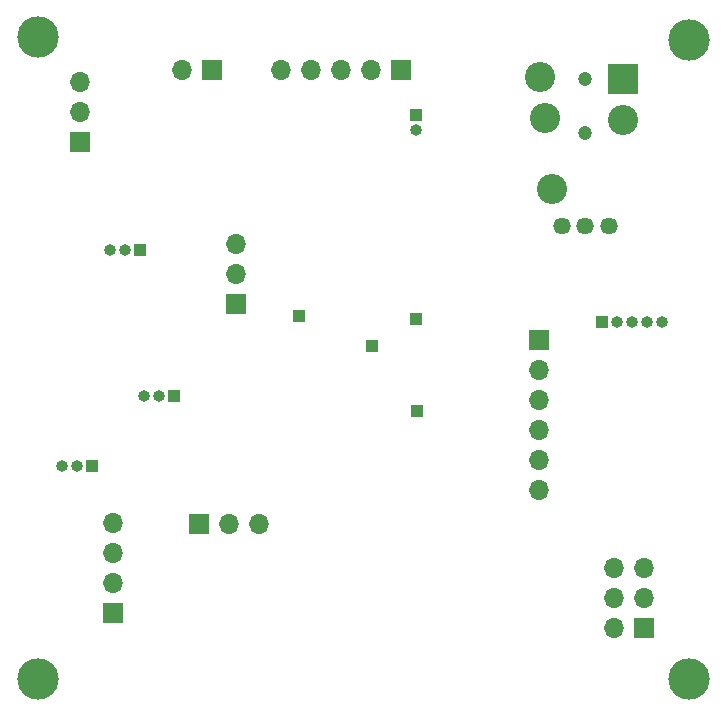
<source format=gbr>
%TF.GenerationSoftware,KiCad,Pcbnew,7.0.10-1-dev-1fdf7d0cf4*%
%TF.CreationDate,2023-12-26T02:00:40-08:00*%
%TF.ProjectId,i2s_to_toslink_pcb,6932735f-746f-45f7-946f-736c696e6b5f,rev?*%
%TF.SameCoordinates,Original*%
%TF.FileFunction,Soldermask,Bot*%
%TF.FilePolarity,Negative*%
%FSLAX46Y46*%
G04 Gerber Fmt 4.6, Leading zero omitted, Abs format (unit mm)*
G04 Created by KiCad (PCBNEW 7.0.10-1-dev-1fdf7d0cf4) date 2023-12-26 02:00:40*
%MOMM*%
%LPD*%
G01*
G04 APERTURE LIST*
%ADD10C,2.600000*%
%ADD11C,3.500000*%
%ADD12R,1.700000X1.700000*%
%ADD13O,1.700000X1.700000*%
%ADD14R,1.000000X1.000000*%
%ADD15O,1.000000X1.000000*%
%ADD16C,1.200000*%
%ADD17R,2.550000X2.550000*%
%ADD18C,2.550000*%
%ADD19C,1.462000*%
G04 APERTURE END LIST*
D10*
%TO.C,H1*%
X24130000Y-23622000D03*
D11*
X24130000Y-23622000D03*
%TD*%
D12*
%TO.C,J3*%
X27686000Y-32512000D03*
D13*
X27686000Y-29972000D03*
X27686000Y-27432000D03*
%TD*%
D14*
%TO.C,J17*%
X56134000Y-47498000D03*
%TD*%
D12*
%TO.C,J2*%
X54864000Y-26416000D03*
D13*
X52324000Y-26416000D03*
X49784000Y-26416000D03*
X47244000Y-26416000D03*
X44704000Y-26416000D03*
%TD*%
D14*
%TO.C,J15*%
X56261000Y-55245000D03*
%TD*%
D12*
%TO.C,J12*%
X30480000Y-72390000D03*
D13*
X30480000Y-69850000D03*
X30480000Y-67310000D03*
X30480000Y-64770000D03*
%TD*%
D14*
%TO.C,J9*%
X35687000Y-53975000D03*
D15*
X34417000Y-53975000D03*
X33147000Y-53975000D03*
%TD*%
D14*
%TO.C,J7*%
X28702000Y-59944000D03*
D15*
X27432000Y-59944000D03*
X26162000Y-59944000D03*
%TD*%
D14*
%TO.C,J14*%
X46228000Y-47244000D03*
%TD*%
D12*
%TO.C,J5*%
X66548000Y-49276000D03*
D13*
X66548000Y-51816000D03*
X66548000Y-54356000D03*
X66548000Y-56896000D03*
X66548000Y-59436000D03*
X66548000Y-61976000D03*
%TD*%
D10*
%TO.C,H3*%
X24130000Y-77978000D03*
D11*
X24130000Y-77978000D03*
%TD*%
D16*
%TO.C,J10*%
X70478400Y-31698600D03*
X70478400Y-27198600D03*
D17*
X73678400Y-27198600D03*
D18*
X67628400Y-36498600D03*
X73678400Y-30598600D03*
X67078400Y-30498600D03*
X66628400Y-26998600D03*
D19*
X68478400Y-39598600D03*
X70478400Y-39598600D03*
X72478400Y-39598600D03*
%TD*%
D14*
%TO.C,J13*%
X71872000Y-47752000D03*
D15*
X73142000Y-47752000D03*
X74412000Y-47752000D03*
X75682000Y-47752000D03*
X76952000Y-47752000D03*
%TD*%
D14*
%TO.C,J11*%
X56134000Y-30226000D03*
D15*
X56134000Y-31496000D03*
%TD*%
D12*
%TO.C,J6*%
X75438000Y-73660000D03*
D13*
X72898000Y-73660000D03*
X75438000Y-71120000D03*
X72898000Y-71120000D03*
X75438000Y-68580000D03*
X72898000Y-68580000D03*
%TD*%
D12*
%TO.C,J1*%
X38862000Y-26416000D03*
D13*
X36322000Y-26416000D03*
%TD*%
D12*
%TO.C,JP1*%
X40894000Y-46228000D03*
D13*
X40894000Y-43688000D03*
X40894000Y-41148000D03*
%TD*%
D14*
%TO.C,J8*%
X32766000Y-41656000D03*
D15*
X31496000Y-41656000D03*
X30226000Y-41656000D03*
%TD*%
D14*
%TO.C,J16*%
X52451000Y-49784000D03*
%TD*%
D10*
%TO.C,H2*%
X79248000Y-23876000D03*
D11*
X79248000Y-23876000D03*
%TD*%
D10*
%TO.C,H4*%
X79248000Y-77978000D03*
D11*
X79248000Y-77978000D03*
%TD*%
D12*
%TO.C,J4*%
X37744400Y-64820800D03*
D13*
X40284400Y-64820800D03*
X42824400Y-64820800D03*
%TD*%
M02*

</source>
